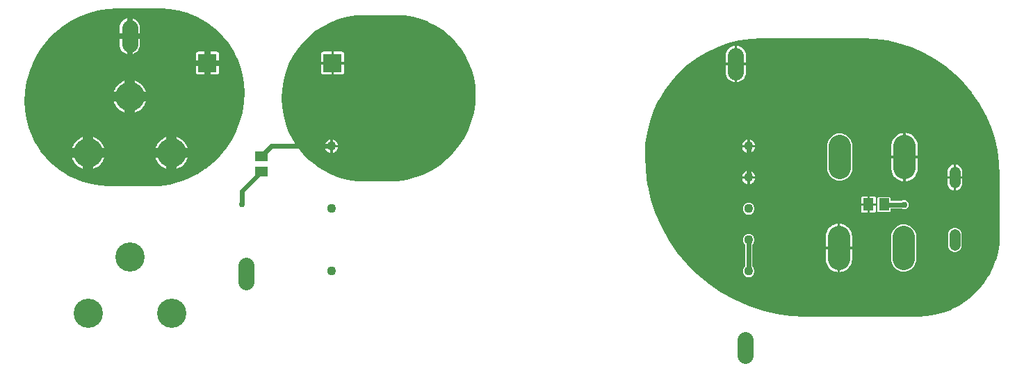
<source format=gbr>
G04 EAGLE Gerber X2 export*
%TF.Part,Single*%
%TF.FileFunction,Copper,L1,Top,Mixed*%
%TF.FilePolarity,Positive*%
%TF.GenerationSoftware,Autodesk,EAGLE,9.1.3*%
%TF.CreationDate,2018-11-12T08:01:02Z*%
G75*
%MOMM*%
%FSLAX34Y34*%
%LPD*%
%AMOC8*
5,1,8,0,0,1.08239X$1,22.5*%
G01*
%ADD10R,1.300000X1.500000*%
%ADD11R,2.286000X2.286000*%
%ADD12C,2.700000*%
%ADD13R,1.500000X1.300000*%
%ADD14C,1.108000*%
%ADD15C,1.320800*%
%ADD16C,3.556000*%
%ADD17C,1.981200*%
%ADD18C,0.609600*%
%ADD19C,0.756400*%

G36*
X1098440Y97141D02*
X1098440Y97141D01*
X1098465Y97140D01*
X1108762Y97679D01*
X1108789Y97685D01*
X1108841Y97688D01*
X1119026Y99301D01*
X1119052Y99310D01*
X1119104Y99317D01*
X1129064Y101986D01*
X1129089Y101998D01*
X1129140Y102011D01*
X1138766Y105706D01*
X1138790Y105720D01*
X1138839Y105739D01*
X1148027Y110420D01*
X1148049Y110436D01*
X1148096Y110460D01*
X1156744Y116076D01*
X1156764Y116094D01*
X1156808Y116123D01*
X1164822Y122612D01*
X1164840Y122633D01*
X1164881Y122665D01*
X1172172Y129957D01*
X1172189Y129979D01*
X1172226Y130016D01*
X1178715Y138029D01*
X1178729Y138053D01*
X1178762Y138094D01*
X1184378Y146742D01*
X1184389Y146767D01*
X1184418Y146811D01*
X1189099Y155998D01*
X1189107Y156025D01*
X1189131Y156071D01*
X1192827Y165698D01*
X1192832Y165725D01*
X1192851Y165773D01*
X1195520Y175734D01*
X1195523Y175761D01*
X1195537Y175812D01*
X1197150Y185996D01*
X1197150Y186024D01*
X1197158Y186075D01*
X1197698Y196373D01*
X1197696Y196388D01*
X1197699Y196413D01*
X1197699Y269025D01*
X1197697Y269038D01*
X1197698Y269060D01*
X1196987Y284430D01*
X1196985Y284441D01*
X1196985Y284446D01*
X1196982Y284462D01*
X1196981Y284500D01*
X1194855Y299738D01*
X1194848Y299762D01*
X1194842Y299807D01*
X1191320Y314785D01*
X1191310Y314808D01*
X1191300Y314852D01*
X1186411Y329441D01*
X1186399Y329463D01*
X1186385Y329506D01*
X1180171Y343581D01*
X1180157Y343602D01*
X1180139Y343644D01*
X1172652Y357086D01*
X1172637Y357106D01*
X1172615Y357146D01*
X1163920Y369839D01*
X1163903Y369857D01*
X1163878Y369895D01*
X1154049Y381732D01*
X1154030Y381749D01*
X1154001Y381784D01*
X1143122Y392664D01*
X1143101Y392678D01*
X1143070Y392711D01*
X1131233Y402540D01*
X1131211Y402553D01*
X1131177Y402583D01*
X1118483Y411278D01*
X1118460Y411289D01*
X1118423Y411315D01*
X1104982Y418802D01*
X1104958Y418810D01*
X1104919Y418833D01*
X1090844Y425048D01*
X1090819Y425054D01*
X1090778Y425073D01*
X1076190Y429963D01*
X1076165Y429967D01*
X1076122Y429982D01*
X1061145Y433505D01*
X1061120Y433507D01*
X1061076Y433518D01*
X1045837Y435643D01*
X1045812Y435643D01*
X1045767Y435650D01*
X1030398Y436360D01*
X1030384Y436359D01*
X1030363Y436361D01*
X908363Y436361D01*
X908348Y436359D01*
X908325Y436360D01*
X894380Y435675D01*
X894354Y435670D01*
X894305Y435668D01*
X880494Y433619D01*
X880469Y433611D01*
X880421Y433605D01*
X866877Y430212D01*
X866853Y430202D01*
X866806Y430190D01*
X853660Y425487D01*
X853637Y425474D01*
X853591Y425458D01*
X840969Y419489D01*
X840947Y419474D01*
X840903Y419453D01*
X828927Y412275D01*
X828907Y412258D01*
X828865Y412234D01*
X817651Y403917D01*
X817632Y403898D01*
X817593Y403869D01*
X807248Y394493D01*
X807231Y394472D01*
X807195Y394440D01*
X797818Y384095D01*
X797804Y384072D01*
X797771Y384037D01*
X789454Y372822D01*
X789442Y372799D01*
X789412Y372760D01*
X782234Y360784D01*
X782224Y360760D01*
X782199Y360718D01*
X776229Y348097D01*
X776222Y348071D01*
X776201Y348028D01*
X771497Y334882D01*
X771494Y334864D01*
X771489Y334854D01*
X771488Y334844D01*
X771475Y334810D01*
X768083Y321266D01*
X768081Y321240D01*
X768068Y321193D01*
X766020Y307382D01*
X766020Y307356D01*
X766012Y307308D01*
X765327Y293362D01*
X765330Y293337D01*
X765327Y293290D01*
X766161Y275258D01*
X766165Y275239D01*
X766164Y275232D01*
X766166Y275222D01*
X766167Y275188D01*
X768661Y257311D01*
X768668Y257287D01*
X768674Y257241D01*
X772807Y239670D01*
X772816Y239647D01*
X772826Y239603D01*
X778562Y222487D01*
X778569Y222475D01*
X778571Y222465D01*
X778578Y222454D01*
X778588Y222422D01*
X785879Y205909D01*
X785893Y205888D01*
X785910Y205846D01*
X794694Y190077D01*
X794709Y190057D01*
X794731Y190017D01*
X804932Y175125D01*
X804949Y175107D01*
X804974Y175069D01*
X816506Y161182D01*
X816525Y161165D01*
X816553Y161130D01*
X829317Y148366D01*
X829338Y148351D01*
X829369Y148319D01*
X843256Y136787D01*
X843278Y136774D01*
X843312Y136744D01*
X858204Y126543D01*
X858227Y126533D01*
X858264Y126506D01*
X874034Y117723D01*
X874057Y117714D01*
X874097Y117691D01*
X890609Y110400D01*
X890634Y110394D01*
X890675Y110375D01*
X907790Y104638D01*
X907815Y104634D01*
X907858Y104619D01*
X925429Y100486D01*
X925454Y100485D01*
X925498Y100474D01*
X943376Y97980D01*
X943401Y97980D01*
X943446Y97973D01*
X961477Y97140D01*
X961491Y97141D01*
X961513Y97139D01*
X1098425Y97139D01*
X1098440Y97141D01*
G37*
G36*
X162389Y255695D02*
X162389Y255695D01*
X162452Y255691D01*
X174188Y256190D01*
X174404Y256217D01*
X174508Y256221D01*
X186127Y257952D01*
X186339Y258001D01*
X186441Y258016D01*
X197814Y260960D01*
X198019Y261031D01*
X198120Y261057D01*
X209119Y265181D01*
X209316Y265273D01*
X209413Y265309D01*
X219918Y270567D01*
X220104Y270680D01*
X220197Y270726D01*
X230090Y277060D01*
X230263Y277192D01*
X230351Y277247D01*
X239523Y284587D01*
X239681Y284737D01*
X239763Y284801D01*
X248111Y293065D01*
X248212Y293183D01*
X248234Y293202D01*
X248270Y293247D01*
X248327Y293303D01*
X255760Y302399D01*
X255884Y302578D01*
X255950Y302658D01*
X262385Y312486D01*
X262489Y312677D01*
X262546Y312764D01*
X267911Y323214D01*
X267995Y323415D01*
X268043Y323507D01*
X272278Y334464D01*
X272340Y334673D01*
X272378Y334769D01*
X275438Y346111D01*
X275477Y346324D01*
X275505Y346424D01*
X277355Y358025D01*
X277371Y358242D01*
X277388Y358344D01*
X278007Y370075D01*
X278001Y370292D01*
X278007Y370395D01*
X277465Y380750D01*
X277436Y380964D01*
X277431Y381067D01*
X275809Y391309D01*
X275758Y391519D01*
X275743Y391621D01*
X273059Y401637D01*
X272987Y401840D01*
X272961Y401940D01*
X269245Y411621D01*
X269151Y411815D01*
X269115Y411912D01*
X264407Y421151D01*
X264294Y421335D01*
X264248Y421428D01*
X258600Y430124D01*
X258469Y430295D01*
X258413Y430382D01*
X251887Y438440D01*
X251738Y438597D01*
X251674Y438677D01*
X244342Y446010D01*
X244177Y446149D01*
X244105Y446223D01*
X236046Y452749D01*
X235868Y452870D01*
X235788Y452936D01*
X227092Y458584D01*
X226902Y458686D01*
X226816Y458743D01*
X217576Y463451D01*
X217377Y463533D01*
X217285Y463580D01*
X207605Y467296D01*
X207398Y467357D01*
X207301Y467395D01*
X197285Y470079D01*
X197073Y470117D01*
X196973Y470145D01*
X186732Y471767D01*
X186517Y471783D01*
X186415Y471800D01*
X176059Y472343D01*
X175962Y472340D01*
X175900Y472347D01*
X122600Y472347D01*
X122503Y472339D01*
X122441Y472343D01*
X110958Y471741D01*
X110744Y471713D01*
X110641Y471708D01*
X99284Y469909D01*
X99075Y469858D01*
X98972Y469843D01*
X87866Y466867D01*
X87663Y466794D01*
X87562Y466768D01*
X76828Y462648D01*
X76634Y462555D01*
X76537Y462518D01*
X66292Y457298D01*
X66108Y457185D01*
X66015Y457139D01*
X56372Y450876D01*
X56201Y450744D01*
X56114Y450689D01*
X47178Y443453D01*
X47022Y443304D01*
X46941Y443239D01*
X38811Y435109D01*
X38671Y434944D01*
X38597Y434872D01*
X31361Y425936D01*
X31240Y425758D01*
X31174Y425678D01*
X24911Y416035D01*
X24809Y415845D01*
X24752Y415758D01*
X19532Y405513D01*
X19450Y405314D01*
X19402Y405222D01*
X15282Y394488D01*
X15221Y394281D01*
X15183Y394184D01*
X12207Y383078D01*
X12168Y382865D01*
X12141Y382766D01*
X10342Y371409D01*
X10326Y371194D01*
X10309Y371092D01*
X9707Y359609D01*
X9713Y359394D01*
X9707Y359291D01*
X10256Y348816D01*
X10285Y348602D01*
X10289Y348498D01*
X11930Y338138D01*
X11981Y337928D01*
X11996Y337826D01*
X14711Y327694D01*
X14784Y327491D01*
X14810Y327391D01*
X18569Y317598D01*
X18662Y317404D01*
X18699Y317307D01*
X23461Y307961D01*
X23574Y307777D01*
X23620Y307684D01*
X29333Y298887D01*
X29465Y298717D01*
X29521Y298629D01*
X36122Y290478D01*
X36271Y290321D01*
X36335Y290240D01*
X43752Y282823D01*
X43917Y282684D01*
X43989Y282610D01*
X52141Y276009D01*
X52319Y275887D01*
X52399Y275821D01*
X61196Y270108D01*
X61386Y270006D01*
X61473Y269949D01*
X70819Y265187D01*
X71018Y265105D01*
X71110Y265057D01*
X80903Y261298D01*
X81110Y261237D01*
X81206Y261199D01*
X91338Y258485D01*
X91550Y258446D01*
X91650Y258418D01*
X102010Y256777D01*
X102225Y256761D01*
X102327Y256744D01*
X112802Y256195D01*
X112880Y256197D01*
X112931Y256191D01*
X162291Y255688D01*
X162389Y255695D01*
G37*
G36*
X453378Y261529D02*
X453378Y261529D01*
X453402Y261527D01*
X464411Y262104D01*
X464438Y262110D01*
X464490Y262113D01*
X475379Y263837D01*
X475405Y263846D01*
X475457Y263854D01*
X486105Y266707D01*
X486130Y266718D01*
X486181Y266731D01*
X496472Y270682D01*
X496496Y270696D01*
X496545Y270715D01*
X506367Y275719D01*
X506390Y275736D01*
X506436Y275759D01*
X515682Y281763D01*
X515702Y281782D01*
X515746Y281810D01*
X524314Y288748D01*
X524332Y288768D01*
X524373Y288801D01*
X532168Y296596D01*
X532184Y296618D01*
X532221Y296655D01*
X539159Y305222D01*
X539170Y305242D01*
X539178Y305251D01*
X539181Y305257D01*
X539206Y305287D01*
X545210Y314532D01*
X545221Y314558D01*
X545250Y314601D01*
X550254Y324424D01*
X550263Y324450D01*
X550287Y324496D01*
X554237Y334788D01*
X554243Y334815D01*
X554262Y334864D01*
X557115Y345512D01*
X557118Y345540D01*
X557132Y345590D01*
X558856Y356478D01*
X558856Y356506D01*
X558865Y356558D01*
X559441Y367566D01*
X559438Y367594D01*
X559441Y367646D01*
X558914Y377709D01*
X558908Y377736D01*
X558906Y377788D01*
X557329Y387741D01*
X557321Y387767D01*
X557313Y387819D01*
X554705Y397552D01*
X554693Y397577D01*
X554680Y397628D01*
X551069Y407035D01*
X551055Y407059D01*
X551037Y407108D01*
X546462Y416086D01*
X546446Y416109D01*
X546422Y416155D01*
X540934Y424606D01*
X540915Y424627D01*
X540887Y424671D01*
X534546Y432502D01*
X534525Y432520D01*
X534515Y432533D01*
X534512Y432537D01*
X534509Y432540D01*
X534492Y432561D01*
X527367Y439686D01*
X527345Y439702D01*
X527308Y439739D01*
X519477Y446081D01*
X519453Y446095D01*
X519412Y446128D01*
X510961Y451616D01*
X510936Y451627D01*
X510892Y451656D01*
X501914Y456230D01*
X501888Y456239D01*
X501841Y456263D01*
X492434Y459874D01*
X492407Y459880D01*
X492358Y459899D01*
X482625Y462507D01*
X482597Y462509D01*
X482547Y462523D01*
X472594Y464100D01*
X472567Y464099D01*
X472515Y464108D01*
X462452Y464635D01*
X462437Y464634D01*
X462413Y464636D01*
X424075Y464636D01*
X424060Y464634D01*
X424035Y464635D01*
X413541Y464085D01*
X413513Y464079D01*
X413461Y464077D01*
X403082Y462433D01*
X403055Y462424D01*
X403004Y462416D01*
X392853Y459696D01*
X392827Y459685D01*
X392777Y459672D01*
X382966Y455906D01*
X382942Y455892D01*
X382893Y455873D01*
X373529Y451102D01*
X373507Y451086D01*
X373460Y451062D01*
X364647Y445339D01*
X364626Y445320D01*
X364582Y445292D01*
X356415Y438678D01*
X356397Y438658D01*
X356356Y438625D01*
X348925Y431194D01*
X348909Y431172D01*
X348872Y431135D01*
X342258Y422968D01*
X342244Y422944D01*
X342211Y422903D01*
X336488Y414090D01*
X336477Y414064D01*
X336448Y414021D01*
X331677Y404657D01*
X331668Y404631D01*
X331644Y404584D01*
X327878Y394773D01*
X327873Y394746D01*
X327854Y394697D01*
X325134Y384546D01*
X325131Y384519D01*
X325117Y384468D01*
X323473Y374089D01*
X323473Y374061D01*
X323465Y374010D01*
X322915Y363515D01*
X322918Y363487D01*
X322915Y363435D01*
X323469Y352858D01*
X323473Y352840D01*
X323473Y352837D01*
X323475Y352824D01*
X323477Y352779D01*
X325134Y342318D01*
X325143Y342292D01*
X325151Y342240D01*
X327892Y332009D01*
X327904Y331984D01*
X327917Y331934D01*
X331712Y322046D01*
X331726Y322022D01*
X331745Y321973D01*
X336553Y312536D01*
X336570Y312513D01*
X336593Y312467D01*
X342362Y303584D01*
X342380Y303563D01*
X342409Y303519D01*
X349074Y295288D01*
X349095Y295270D01*
X349127Y295229D01*
X356617Y287740D01*
X356639Y287724D01*
X356676Y287686D01*
X364907Y281021D01*
X364931Y281007D01*
X364971Y280974D01*
X373854Y275206D01*
X373879Y275195D01*
X373923Y275166D01*
X383360Y270357D01*
X383387Y270349D01*
X383433Y270325D01*
X393321Y266529D01*
X393348Y266524D01*
X393397Y266505D01*
X403627Y263763D01*
X403655Y263761D01*
X403705Y263747D01*
X414166Y262090D01*
X414194Y262090D01*
X414246Y262082D01*
X424823Y261527D01*
X424838Y261529D01*
X424863Y261526D01*
X453363Y261526D01*
X453378Y261529D01*
G37*
%LPC*%
G36*
X1077611Y152238D02*
X1077611Y152238D01*
X1072089Y154525D01*
X1067863Y158752D01*
X1065575Y164274D01*
X1065575Y197251D01*
X1067863Y202773D01*
X1072089Y207000D01*
X1077611Y209287D01*
X1083589Y209287D01*
X1089111Y207000D01*
X1093337Y202773D01*
X1095625Y197251D01*
X1095625Y164274D01*
X1093337Y158752D01*
X1089111Y154525D01*
X1083589Y152238D01*
X1077611Y152238D01*
G37*
%LPD*%
%LPC*%
G36*
X999711Y262975D02*
X999711Y262975D01*
X994189Y265263D01*
X989963Y269489D01*
X987675Y275011D01*
X987675Y307989D01*
X989963Y313511D01*
X994189Y317737D01*
X999711Y320025D01*
X1005689Y320025D01*
X1011211Y317737D01*
X1015437Y313511D01*
X1017725Y307989D01*
X1017725Y275011D01*
X1015437Y269489D01*
X1011211Y265263D01*
X1005689Y262975D01*
X999711Y262975D01*
G37*
%LPD*%
%LPC*%
G36*
X890395Y145235D02*
X890395Y145235D01*
X887798Y146311D01*
X885811Y148298D01*
X884735Y150895D01*
X884735Y153705D01*
X885811Y156302D01*
X887004Y157495D01*
X887057Y157569D01*
X887069Y157582D01*
X887096Y157611D01*
X887099Y157618D01*
X887117Y157639D01*
X887129Y157669D01*
X887148Y157695D01*
X887174Y157779D01*
X887199Y157834D01*
X887201Y157846D01*
X887209Y157867D01*
X887213Y157908D01*
X887220Y157930D01*
X887219Y157962D01*
X887227Y158034D01*
X887227Y184666D01*
X887213Y184756D01*
X887205Y184847D01*
X887193Y184877D01*
X887188Y184909D01*
X887145Y184990D01*
X887109Y185074D01*
X887083Y185106D01*
X887072Y185126D01*
X887049Y185149D01*
X887039Y185162D01*
X887032Y185173D01*
X887024Y185180D01*
X887004Y185205D01*
X885811Y186398D01*
X884735Y188995D01*
X884735Y191805D01*
X885811Y194402D01*
X887798Y196389D01*
X890395Y197465D01*
X893205Y197465D01*
X895802Y196389D01*
X897789Y194402D01*
X898865Y191805D01*
X898865Y188995D01*
X897789Y186398D01*
X896596Y185205D01*
X896551Y185143D01*
X896521Y185111D01*
X896515Y185099D01*
X896483Y185061D01*
X896471Y185031D01*
X896452Y185005D01*
X896425Y184918D01*
X896391Y184833D01*
X896387Y184792D01*
X896380Y184770D01*
X896381Y184738D01*
X896373Y184666D01*
X896373Y158034D01*
X896376Y158016D01*
X896374Y157999D01*
X896388Y157932D01*
X896395Y157853D01*
X896407Y157823D01*
X896412Y157791D01*
X896424Y157770D01*
X896426Y157759D01*
X896455Y157710D01*
X896491Y157626D01*
X896517Y157594D01*
X896528Y157574D01*
X896549Y157553D01*
X896552Y157548D01*
X896557Y157544D01*
X896596Y157495D01*
X897789Y156302D01*
X898865Y153705D01*
X898865Y150895D01*
X897789Y148298D01*
X895802Y146311D01*
X893205Y145235D01*
X890395Y145235D01*
G37*
%LPD*%
%LPC*%
G36*
X1049668Y224575D02*
X1049668Y224575D01*
X1048775Y225468D01*
X1048775Y241732D01*
X1049668Y242625D01*
X1063932Y242625D01*
X1064825Y241732D01*
X1064825Y238796D01*
X1064828Y238777D01*
X1064826Y238757D01*
X1064848Y238656D01*
X1064864Y238554D01*
X1064874Y238536D01*
X1064878Y238517D01*
X1064931Y238428D01*
X1064980Y238336D01*
X1064994Y238323D01*
X1065004Y238306D01*
X1065083Y238238D01*
X1065158Y238167D01*
X1065176Y238159D01*
X1065191Y238146D01*
X1065287Y238107D01*
X1065381Y238063D01*
X1065401Y238061D01*
X1065419Y238054D01*
X1065586Y238035D01*
X1078153Y238035D01*
X1078243Y238050D01*
X1078334Y238057D01*
X1078363Y238070D01*
X1078395Y238075D01*
X1078476Y238118D01*
X1078560Y238153D01*
X1078592Y238179D01*
X1078613Y238190D01*
X1078635Y238213D01*
X1078691Y238258D01*
X1079202Y238769D01*
X1083598Y238769D01*
X1086707Y235661D01*
X1086707Y231264D01*
X1083598Y228156D01*
X1079202Y228156D01*
X1078691Y228667D01*
X1078617Y228720D01*
X1078547Y228779D01*
X1078517Y228792D01*
X1078491Y228810D01*
X1078404Y228837D01*
X1078319Y228871D01*
X1078278Y228876D01*
X1078256Y228883D01*
X1078224Y228882D01*
X1078153Y228890D01*
X1065586Y228890D01*
X1065566Y228887D01*
X1065547Y228889D01*
X1065445Y228867D01*
X1065343Y228850D01*
X1065326Y228841D01*
X1065306Y228836D01*
X1065217Y228783D01*
X1065126Y228735D01*
X1065112Y228721D01*
X1065095Y228710D01*
X1065028Y228632D01*
X1064956Y228557D01*
X1064948Y228539D01*
X1064935Y228523D01*
X1064896Y228427D01*
X1064853Y228334D01*
X1064851Y228314D01*
X1064843Y228295D01*
X1064825Y228129D01*
X1064825Y225468D01*
X1063932Y224575D01*
X1049668Y224575D01*
G37*
%LPD*%
%LPC*%
G36*
X1141283Y175617D02*
X1141283Y175617D01*
X1138295Y176855D01*
X1136009Y179141D01*
X1134771Y182129D01*
X1134771Y198571D01*
X1136009Y201559D01*
X1138295Y203845D01*
X1141283Y205083D01*
X1144517Y205083D01*
X1147505Y203845D01*
X1149791Y201559D01*
X1151029Y198571D01*
X1151029Y182129D01*
X1149791Y179141D01*
X1147505Y176855D01*
X1144517Y175617D01*
X1141283Y175617D01*
G37*
%LPD*%
%LPC*%
G36*
X1083223Y293023D02*
X1083223Y293023D01*
X1083223Y320979D01*
X1084836Y320766D01*
X1086867Y320222D01*
X1088810Y319417D01*
X1090631Y318366D01*
X1092299Y317086D01*
X1093786Y315599D01*
X1095066Y313931D01*
X1096117Y312110D01*
X1096922Y310167D01*
X1097466Y308136D01*
X1097741Y306051D01*
X1097741Y293023D01*
X1083223Y293023D01*
G37*
%LPD*%
%LPC*%
G36*
X1003123Y182286D02*
X1003123Y182286D01*
X1003123Y210241D01*
X1004736Y210029D01*
X1006767Y209485D01*
X1008710Y208680D01*
X1010531Y207629D01*
X1012199Y206348D01*
X1013686Y204862D01*
X1014966Y203193D01*
X1016017Y201372D01*
X1016822Y199430D01*
X1017366Y197399D01*
X1017641Y195314D01*
X1017641Y182286D01*
X1003123Y182286D01*
G37*
%LPD*%
%LPC*%
G36*
X1083223Y289977D02*
X1083223Y289977D01*
X1097741Y289977D01*
X1097741Y276949D01*
X1097466Y274864D01*
X1096922Y272833D01*
X1096117Y270890D01*
X1095066Y269069D01*
X1093786Y267401D01*
X1092299Y265914D01*
X1090631Y264634D01*
X1088810Y263583D01*
X1086867Y262778D01*
X1084836Y262234D01*
X1083223Y262021D01*
X1083223Y289977D01*
G37*
%LPD*%
%LPC*%
G36*
X1003123Y179239D02*
X1003123Y179239D01*
X1017641Y179239D01*
X1017641Y166211D01*
X1017366Y164126D01*
X1016822Y162095D01*
X1016017Y160153D01*
X1014966Y158332D01*
X1013686Y156663D01*
X1012199Y155177D01*
X1010531Y153896D01*
X1008710Y152845D01*
X1006767Y152040D01*
X1004736Y151496D01*
X1003123Y151284D01*
X1003123Y179239D01*
G37*
%LPD*%
%LPC*%
G36*
X1065659Y293023D02*
X1065659Y293023D01*
X1065659Y306051D01*
X1065934Y308136D01*
X1066478Y310167D01*
X1067283Y312110D01*
X1068334Y313931D01*
X1069614Y315599D01*
X1071101Y317086D01*
X1072769Y318366D01*
X1074590Y319417D01*
X1076533Y320222D01*
X1078564Y320766D01*
X1080177Y320979D01*
X1080177Y293023D01*
X1065659Y293023D01*
G37*
%LPD*%
%LPC*%
G36*
X985559Y182286D02*
X985559Y182286D01*
X985559Y195314D01*
X985834Y197399D01*
X986378Y199430D01*
X987183Y201372D01*
X988234Y203193D01*
X989514Y204862D01*
X991001Y206348D01*
X992669Y207629D01*
X994490Y208680D01*
X996433Y209485D01*
X998464Y210029D01*
X1000077Y210241D01*
X1000077Y182286D01*
X985559Y182286D01*
G37*
%LPD*%
%LPC*%
G36*
X1078564Y262234D02*
X1078564Y262234D01*
X1076533Y262778D01*
X1074590Y263583D01*
X1072769Y264634D01*
X1071101Y265914D01*
X1069614Y267401D01*
X1068334Y269069D01*
X1067283Y270890D01*
X1066478Y272833D01*
X1065934Y274864D01*
X1065659Y276949D01*
X1065659Y289977D01*
X1080177Y289977D01*
X1080177Y262021D01*
X1078564Y262234D01*
G37*
%LPD*%
%LPC*%
G36*
X998464Y151496D02*
X998464Y151496D01*
X996433Y152040D01*
X994490Y152845D01*
X992669Y153896D01*
X991001Y155177D01*
X989514Y156663D01*
X988234Y158332D01*
X987183Y160153D01*
X986378Y162095D01*
X985834Y164126D01*
X985559Y166211D01*
X985559Y179239D01*
X1000077Y179239D01*
X1000077Y151284D01*
X998464Y151496D01*
G37*
%LPD*%
%LPC*%
G36*
X877623Y406423D02*
X877623Y406423D01*
X877623Y427167D01*
X879015Y426946D01*
X880878Y426341D01*
X882623Y425451D01*
X884209Y424300D01*
X885594Y422915D01*
X886745Y421329D01*
X887635Y419584D01*
X888240Y417721D01*
X888547Y415786D01*
X888547Y406423D01*
X877623Y406423D01*
G37*
%LPD*%
%LPC*%
G36*
X877623Y403377D02*
X877623Y403377D01*
X888547Y403377D01*
X888547Y394014D01*
X888240Y392079D01*
X887635Y390216D01*
X886745Y388471D01*
X885594Y386885D01*
X884209Y385500D01*
X882623Y384349D01*
X880878Y383459D01*
X879015Y382854D01*
X877623Y382633D01*
X877623Y403377D01*
G37*
%LPD*%
%LPC*%
G36*
X863653Y406423D02*
X863653Y406423D01*
X863653Y415786D01*
X863960Y417721D01*
X864565Y419584D01*
X865455Y421329D01*
X866606Y422915D01*
X867991Y424300D01*
X869577Y425451D01*
X871322Y426341D01*
X873185Y426946D01*
X874577Y427167D01*
X874577Y406423D01*
X863653Y406423D01*
G37*
%LPD*%
%LPC*%
G36*
X873185Y382854D02*
X873185Y382854D01*
X871322Y383459D01*
X869577Y384349D01*
X867991Y385500D01*
X866606Y386885D01*
X865455Y388471D01*
X864565Y390216D01*
X863960Y392079D01*
X863653Y394014D01*
X863653Y403377D01*
X874577Y403377D01*
X874577Y382633D01*
X873185Y382854D01*
G37*
%LPD*%
%LPC*%
G36*
X890395Y221435D02*
X890395Y221435D01*
X887798Y222511D01*
X885811Y224498D01*
X884735Y227095D01*
X884735Y229905D01*
X885811Y232502D01*
X887798Y234489D01*
X890395Y235565D01*
X893205Y235565D01*
X895802Y234489D01*
X897789Y232502D01*
X898865Y229905D01*
X898865Y227095D01*
X897789Y224498D01*
X895802Y222511D01*
X893205Y221435D01*
X890395Y221435D01*
G37*
%LPD*%
%LPC*%
G36*
X386611Y407498D02*
X386611Y407498D01*
X386611Y419946D01*
X396852Y419946D01*
X397498Y419773D01*
X398078Y419438D01*
X398551Y418965D01*
X398885Y418386D01*
X399058Y417739D01*
X399058Y407498D01*
X386611Y407498D01*
G37*
%LPD*%
%LPC*%
G36*
X371117Y407498D02*
X371117Y407498D01*
X371117Y417739D01*
X371290Y418386D01*
X371624Y418965D01*
X372097Y419438D01*
X372677Y419773D01*
X373323Y419946D01*
X383564Y419946D01*
X383564Y407498D01*
X371117Y407498D01*
G37*
%LPD*%
%LPC*%
G36*
X386611Y392004D02*
X386611Y392004D01*
X386611Y404452D01*
X399058Y404452D01*
X399058Y394211D01*
X398885Y393564D01*
X398551Y392985D01*
X398078Y392512D01*
X397498Y392177D01*
X396852Y392004D01*
X386611Y392004D01*
G37*
%LPD*%
%LPC*%
G36*
X373323Y392004D02*
X373323Y392004D01*
X372677Y392177D01*
X372097Y392512D01*
X371624Y392985D01*
X371290Y393564D01*
X371117Y394211D01*
X371117Y404452D01*
X383564Y404452D01*
X383564Y392004D01*
X373323Y392004D01*
G37*
%LPD*%
%LPC*%
G36*
X141301Y442101D02*
X141301Y442101D01*
X141301Y460721D01*
X142778Y460241D01*
X144524Y459351D01*
X146109Y458200D01*
X147494Y456815D01*
X148645Y455230D01*
X149535Y453484D01*
X150140Y451621D01*
X150447Y449686D01*
X150447Y442101D01*
X141301Y442101D01*
G37*
%LPD*%
%LPC*%
G36*
X141301Y435499D02*
X141301Y435499D01*
X150447Y435499D01*
X150447Y427914D01*
X150140Y425979D01*
X149535Y424116D01*
X148645Y422370D01*
X147494Y420785D01*
X146109Y419400D01*
X144524Y418249D01*
X142778Y417359D01*
X141301Y416879D01*
X141301Y435499D01*
G37*
%LPD*%
%LPC*%
G36*
X125553Y442101D02*
X125553Y442101D01*
X125553Y449686D01*
X125860Y451621D01*
X126465Y453484D01*
X127355Y455230D01*
X128506Y456815D01*
X129891Y458200D01*
X131476Y459351D01*
X133222Y460241D01*
X134699Y460721D01*
X134699Y442101D01*
X125553Y442101D01*
G37*
%LPD*%
%LPC*%
G36*
X133222Y417359D02*
X133222Y417359D01*
X131476Y418249D01*
X129891Y419400D01*
X128506Y420785D01*
X127355Y422370D01*
X126465Y424116D01*
X125860Y425979D01*
X125553Y427914D01*
X125553Y435499D01*
X134699Y435499D01*
X134699Y416879D01*
X133222Y417359D01*
G37*
%LPD*%
%LPC*%
G36*
X144095Y371195D02*
X144095Y371195D01*
X144095Y384496D01*
X145789Y383904D01*
X147845Y382913D01*
X149778Y381699D01*
X151562Y380276D01*
X153176Y378662D01*
X154599Y376878D01*
X155813Y374945D01*
X156804Y372889D01*
X157396Y371195D01*
X144095Y371195D01*
G37*
%LPD*%
%LPC*%
G36*
X194895Y302595D02*
X194895Y302595D01*
X194895Y315896D01*
X196589Y315304D01*
X198645Y314313D01*
X200578Y313099D01*
X202362Y311676D01*
X203976Y310062D01*
X205399Y308278D01*
X206613Y306345D01*
X207604Y304289D01*
X208196Y302595D01*
X194895Y302595D01*
G37*
%LPD*%
%LPC*%
G36*
X93295Y302595D02*
X93295Y302595D01*
X93295Y315896D01*
X94989Y315304D01*
X97045Y314313D01*
X98978Y313099D01*
X100762Y311676D01*
X102376Y310062D01*
X103799Y308278D01*
X105013Y306345D01*
X106004Y304289D01*
X106596Y302595D01*
X93295Y302595D01*
G37*
%LPD*%
%LPC*%
G36*
X67804Y302595D02*
X67804Y302595D01*
X68396Y304289D01*
X69387Y306345D01*
X70601Y308278D01*
X72024Y310062D01*
X73638Y311676D01*
X75422Y313099D01*
X77355Y314313D01*
X79411Y315304D01*
X81105Y315896D01*
X81105Y302595D01*
X67804Y302595D01*
G37*
%LPD*%
%LPC*%
G36*
X118604Y371195D02*
X118604Y371195D01*
X119196Y372889D01*
X120187Y374945D01*
X121401Y376878D01*
X122824Y378662D01*
X124438Y380276D01*
X126222Y381699D01*
X128155Y382913D01*
X130211Y383904D01*
X131905Y384496D01*
X131905Y371195D01*
X118604Y371195D01*
G37*
%LPD*%
%LPC*%
G36*
X194895Y290405D02*
X194895Y290405D01*
X208196Y290405D01*
X207604Y288711D01*
X206613Y286655D01*
X205399Y284722D01*
X203976Y282938D01*
X202362Y281324D01*
X200578Y279901D01*
X198645Y278687D01*
X196589Y277696D01*
X194895Y277104D01*
X194895Y290405D01*
G37*
%LPD*%
%LPC*%
G36*
X144095Y359005D02*
X144095Y359005D01*
X157396Y359005D01*
X156804Y357311D01*
X155813Y355255D01*
X154599Y353322D01*
X153176Y351538D01*
X151562Y349924D01*
X149778Y348501D01*
X147845Y347287D01*
X145789Y346296D01*
X144095Y345704D01*
X144095Y359005D01*
G37*
%LPD*%
%LPC*%
G36*
X93295Y290405D02*
X93295Y290405D01*
X106596Y290405D01*
X106004Y288711D01*
X105013Y286655D01*
X103799Y284722D01*
X102376Y282938D01*
X100762Y281324D01*
X98978Y279901D01*
X97045Y278687D01*
X94989Y277696D01*
X93295Y277104D01*
X93295Y290405D01*
G37*
%LPD*%
%LPC*%
G36*
X169404Y302595D02*
X169404Y302595D01*
X169996Y304289D01*
X170987Y306345D01*
X172201Y308278D01*
X173624Y310062D01*
X175238Y311676D01*
X177022Y313099D01*
X178955Y314313D01*
X181011Y315304D01*
X182705Y315896D01*
X182705Y302595D01*
X169404Y302595D01*
G37*
%LPD*%
%LPC*%
G36*
X130211Y346296D02*
X130211Y346296D01*
X128155Y347287D01*
X126222Y348501D01*
X124438Y349924D01*
X122824Y351538D01*
X121401Y353322D01*
X120187Y355255D01*
X119196Y357311D01*
X118604Y359005D01*
X131905Y359005D01*
X131905Y345704D01*
X130211Y346296D01*
G37*
%LPD*%
%LPC*%
G36*
X79411Y277696D02*
X79411Y277696D01*
X77355Y278687D01*
X75422Y279901D01*
X73638Y281324D01*
X72024Y282938D01*
X70601Y284722D01*
X69387Y286655D01*
X68396Y288711D01*
X67804Y290405D01*
X81105Y290405D01*
X81105Y277104D01*
X79411Y277696D01*
G37*
%LPD*%
%LPC*%
G36*
X181011Y277696D02*
X181011Y277696D01*
X178955Y278687D01*
X177022Y279901D01*
X175238Y281324D01*
X173624Y282938D01*
X172201Y284722D01*
X170987Y286655D01*
X169996Y288711D01*
X169404Y290405D01*
X182705Y290405D01*
X182705Y277104D01*
X181011Y277696D01*
G37*
%LPD*%
%LPC*%
G36*
X236243Y409530D02*
X236243Y409530D01*
X236243Y419946D01*
X244452Y419946D01*
X245098Y419773D01*
X245678Y419438D01*
X246151Y418965D01*
X246485Y418386D01*
X246658Y417740D01*
X246658Y409530D01*
X236243Y409530D01*
G37*
%LPD*%
%LPC*%
G36*
X218717Y409530D02*
X218717Y409530D01*
X218717Y417740D01*
X218890Y418386D01*
X219224Y418965D01*
X219697Y419438D01*
X220277Y419773D01*
X220923Y419946D01*
X229132Y419946D01*
X229132Y409530D01*
X218717Y409530D01*
G37*
%LPD*%
%LPC*%
G36*
X236243Y392004D02*
X236243Y392004D01*
X236243Y402420D01*
X246658Y402420D01*
X246658Y394210D01*
X246485Y393564D01*
X246151Y392985D01*
X245678Y392512D01*
X245098Y392177D01*
X244452Y392004D01*
X236243Y392004D01*
G37*
%LPD*%
%LPC*%
G36*
X220923Y392004D02*
X220923Y392004D01*
X220277Y392177D01*
X219697Y392512D01*
X219224Y392985D01*
X218890Y393564D01*
X218717Y394210D01*
X218717Y402420D01*
X229132Y402420D01*
X229132Y392004D01*
X220923Y392004D01*
G37*
%LPD*%
%LPC*%
G36*
X1144423Y268073D02*
X1144423Y268073D01*
X1144423Y282175D01*
X1145567Y281947D01*
X1147232Y281258D01*
X1148730Y280257D01*
X1150003Y278984D01*
X1151004Y277486D01*
X1151693Y275821D01*
X1152045Y274055D01*
X1152045Y268073D01*
X1144423Y268073D01*
G37*
%LPD*%
%LPC*%
G36*
X1144423Y265027D02*
X1144423Y265027D01*
X1152045Y265027D01*
X1152045Y259045D01*
X1151693Y257279D01*
X1151004Y255614D01*
X1150003Y254116D01*
X1148730Y252843D01*
X1147232Y251842D01*
X1145567Y251153D01*
X1144423Y250925D01*
X1144423Y265027D01*
G37*
%LPD*%
%LPC*%
G36*
X1133755Y268073D02*
X1133755Y268073D01*
X1133755Y274055D01*
X1134107Y275821D01*
X1134796Y277486D01*
X1135797Y278984D01*
X1137070Y280257D01*
X1138568Y281258D01*
X1140233Y281947D01*
X1141377Y282175D01*
X1141377Y268073D01*
X1133755Y268073D01*
G37*
%LPD*%
%LPC*%
G36*
X1140233Y251153D02*
X1140233Y251153D01*
X1138568Y251842D01*
X1137070Y252843D01*
X1135797Y254116D01*
X1134796Y255614D01*
X1134107Y257279D01*
X1133755Y259045D01*
X1133755Y265027D01*
X1141377Y265027D01*
X1141377Y250925D01*
X1140233Y251153D01*
G37*
%LPD*%
%LPC*%
G36*
X1039323Y235123D02*
X1039323Y235123D01*
X1039323Y243641D01*
X1044634Y243641D01*
X1045281Y243468D01*
X1045860Y243133D01*
X1046333Y242660D01*
X1046668Y242081D01*
X1046841Y241434D01*
X1046841Y235123D01*
X1039323Y235123D01*
G37*
%LPD*%
%LPC*%
G36*
X1039323Y223559D02*
X1039323Y223559D01*
X1039323Y232077D01*
X1046841Y232077D01*
X1046841Y225766D01*
X1046668Y225119D01*
X1046333Y224540D01*
X1045860Y224067D01*
X1045281Y223732D01*
X1044634Y223559D01*
X1039323Y223559D01*
G37*
%LPD*%
%LPC*%
G36*
X1028759Y235123D02*
X1028759Y235123D01*
X1028759Y241434D01*
X1028932Y242081D01*
X1029267Y242660D01*
X1029740Y243133D01*
X1030319Y243468D01*
X1030966Y243641D01*
X1036277Y243641D01*
X1036277Y235123D01*
X1028759Y235123D01*
G37*
%LPD*%
%LPC*%
G36*
X1030966Y223559D02*
X1030966Y223559D01*
X1030319Y223732D01*
X1029740Y224067D01*
X1029267Y224540D01*
X1028932Y225119D01*
X1028759Y225766D01*
X1028759Y232077D01*
X1036277Y232077D01*
X1036277Y223559D01*
X1030966Y223559D01*
G37*
%LPD*%
%LPC*%
G36*
X893299Y268099D02*
X893299Y268099D01*
X893299Y274541D01*
X894157Y274370D01*
X895628Y273761D01*
X896951Y272877D01*
X898077Y271751D01*
X898961Y270428D01*
X899570Y268957D01*
X899741Y268099D01*
X893299Y268099D01*
G37*
%LPD*%
%LPC*%
G36*
X385299Y306199D02*
X385299Y306199D01*
X385299Y312641D01*
X386157Y312470D01*
X387628Y311861D01*
X388951Y310977D01*
X390077Y309851D01*
X390961Y308528D01*
X391570Y307057D01*
X391741Y306199D01*
X385299Y306199D01*
G37*
%LPD*%
%LPC*%
G36*
X893299Y306199D02*
X893299Y306199D01*
X893299Y312641D01*
X894157Y312470D01*
X895628Y311861D01*
X896951Y310977D01*
X898077Y309851D01*
X898961Y308528D01*
X899570Y307057D01*
X899741Y306199D01*
X893299Y306199D01*
G37*
%LPD*%
%LPC*%
G36*
X893299Y265101D02*
X893299Y265101D01*
X899741Y265101D01*
X899570Y264243D01*
X898961Y262772D01*
X898077Y261449D01*
X896951Y260323D01*
X895628Y259439D01*
X894157Y258830D01*
X893299Y258659D01*
X893299Y265101D01*
G37*
%LPD*%
%LPC*%
G36*
X385299Y303201D02*
X385299Y303201D01*
X391741Y303201D01*
X391570Y302343D01*
X390961Y300872D01*
X390077Y299549D01*
X388951Y298423D01*
X387628Y297539D01*
X386157Y296930D01*
X385299Y296759D01*
X385299Y303201D01*
G37*
%LPD*%
%LPC*%
G36*
X375859Y306199D02*
X375859Y306199D01*
X376030Y307057D01*
X376639Y308528D01*
X377523Y309851D01*
X378649Y310977D01*
X379972Y311861D01*
X381443Y312470D01*
X382301Y312641D01*
X382301Y306199D01*
X375859Y306199D01*
G37*
%LPD*%
%LPC*%
G36*
X883859Y306199D02*
X883859Y306199D01*
X884030Y307057D01*
X884639Y308528D01*
X885523Y309851D01*
X886649Y310977D01*
X887972Y311861D01*
X889443Y312470D01*
X890301Y312641D01*
X890301Y306199D01*
X883859Y306199D01*
G37*
%LPD*%
%LPC*%
G36*
X893299Y303201D02*
X893299Y303201D01*
X899741Y303201D01*
X899570Y302343D01*
X898961Y300872D01*
X898077Y299549D01*
X896951Y298423D01*
X895628Y297539D01*
X894157Y296930D01*
X893299Y296759D01*
X893299Y303201D01*
G37*
%LPD*%
%LPC*%
G36*
X883859Y268099D02*
X883859Y268099D01*
X884030Y268957D01*
X884639Y270428D01*
X885523Y271751D01*
X886649Y272877D01*
X887972Y273761D01*
X889443Y274370D01*
X890301Y274541D01*
X890301Y268099D01*
X883859Y268099D01*
G37*
%LPD*%
%LPC*%
G36*
X889443Y258830D02*
X889443Y258830D01*
X887972Y259439D01*
X886649Y260323D01*
X885523Y261449D01*
X884639Y262772D01*
X884030Y264243D01*
X883859Y265101D01*
X890301Y265101D01*
X890301Y258659D01*
X889443Y258830D01*
G37*
%LPD*%
%LPC*%
G36*
X889443Y296930D02*
X889443Y296930D01*
X887972Y297539D01*
X886649Y298423D01*
X885523Y299549D01*
X884639Y300872D01*
X884030Y302343D01*
X883859Y303201D01*
X890301Y303201D01*
X890301Y296759D01*
X889443Y296930D01*
G37*
%LPD*%
%LPC*%
G36*
X381443Y296930D02*
X381443Y296930D01*
X379972Y297539D01*
X378649Y298423D01*
X377523Y299549D01*
X376639Y300872D01*
X376030Y302343D01*
X375859Y303201D01*
X382301Y303201D01*
X382301Y296759D01*
X381443Y296930D01*
G37*
%LPD*%
%LPC*%
G36*
X1142899Y266549D02*
X1142899Y266549D01*
X1142899Y266551D01*
X1142901Y266551D01*
X1142901Y266549D01*
X1142899Y266549D01*
G37*
%LPD*%
%LPC*%
G36*
X188799Y296499D02*
X188799Y296499D01*
X188799Y296501D01*
X188801Y296501D01*
X188801Y296499D01*
X188799Y296499D01*
G37*
%LPD*%
%LPC*%
G36*
X87199Y296499D02*
X87199Y296499D01*
X87199Y296501D01*
X87201Y296501D01*
X87201Y296499D01*
X87199Y296499D01*
G37*
%LPD*%
%LPC*%
G36*
X1081699Y291499D02*
X1081699Y291499D01*
X1081699Y291501D01*
X1081701Y291501D01*
X1081701Y291499D01*
X1081699Y291499D01*
G37*
%LPD*%
%LPC*%
G36*
X137999Y365099D02*
X137999Y365099D01*
X137999Y365101D01*
X138001Y365101D01*
X138001Y365099D01*
X137999Y365099D01*
G37*
%LPD*%
%LPC*%
G36*
X876099Y404899D02*
X876099Y404899D01*
X876099Y404901D01*
X876101Y404901D01*
X876101Y404899D01*
X876099Y404899D01*
G37*
%LPD*%
%LPC*%
G36*
X1001599Y180762D02*
X1001599Y180762D01*
X1001599Y180763D01*
X1001601Y180763D01*
X1001601Y180762D01*
X1001599Y180762D01*
G37*
%LPD*%
%LPC*%
G36*
X385087Y405974D02*
X385087Y405974D01*
X385087Y405976D01*
X385088Y405976D01*
X385088Y405974D01*
X385087Y405974D01*
G37*
%LPD*%
%LPC*%
G36*
X1037799Y233599D02*
X1037799Y233599D01*
X1037799Y233601D01*
X1037801Y233601D01*
X1037801Y233599D01*
X1037799Y233599D01*
G37*
%LPD*%
D10*
X1037800Y233600D03*
X1056800Y233600D03*
D11*
X232688Y405975D03*
X385088Y405975D03*
D12*
X1002700Y305000D02*
X1002700Y278000D01*
X1081700Y278000D02*
X1081700Y305000D01*
D13*
X298363Y292538D03*
X298363Y273538D03*
D12*
X1080600Y194263D02*
X1080600Y167263D01*
X1001600Y167263D02*
X1001600Y194263D01*
D14*
X383800Y304700D03*
X383800Y228500D03*
X383800Y152300D03*
X891800Y152300D03*
X891800Y190400D03*
X891800Y228500D03*
X891800Y266600D03*
X891800Y304700D03*
D15*
X1142900Y273154D02*
X1142900Y259946D01*
X1142900Y196954D02*
X1142900Y183746D01*
D16*
X188800Y100900D03*
X138000Y169500D03*
X87200Y100900D03*
X188800Y296500D03*
X138000Y365100D03*
X87200Y296500D03*
D17*
X138000Y428894D02*
X138000Y448706D01*
X876100Y414806D02*
X876100Y394994D01*
X887400Y68806D02*
X887400Y48994D01*
X280000Y139294D02*
X280000Y159106D01*
D18*
X298363Y292538D02*
X310525Y304700D01*
X383800Y304700D01*
D19*
X274938Y233863D03*
D18*
X274550Y249725D02*
X298363Y273538D01*
X274550Y249725D02*
X274550Y234250D01*
X274938Y233863D01*
X891800Y266600D02*
X891800Y304700D01*
X1056800Y233600D02*
X1056938Y233463D01*
X1081400Y233463D01*
D19*
X1081400Y233463D03*
D18*
X891800Y190400D02*
X891800Y152300D01*
M02*

</source>
